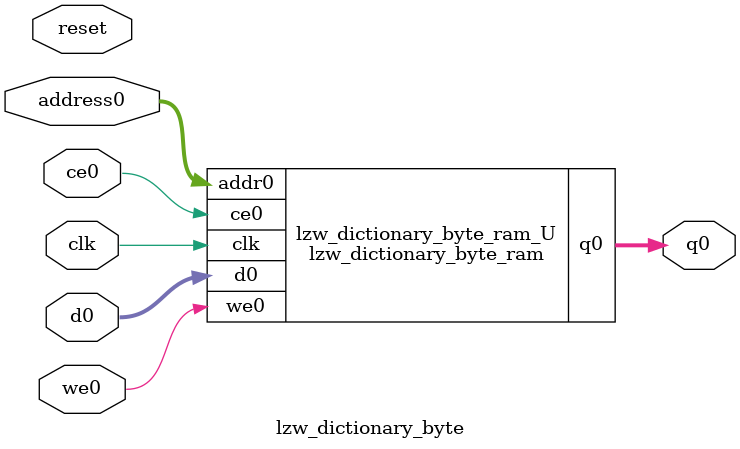
<source format=v>
`timescale 1 ns / 1 ps
module lzw_dictionary_byte_ram (addr0, ce0, d0, we0, q0,  clk);

parameter DWIDTH = 8;
parameter AWIDTH = 16;
parameter MEM_SIZE = 65536;

input[AWIDTH-1:0] addr0;
input ce0;
input[DWIDTH-1:0] d0;
input we0;
output reg[DWIDTH-1:0] q0;
input clk;

reg [DWIDTH-1:0] ram[0:MEM_SIZE-1];




always @(posedge clk)  
begin 
    if (ce0) begin
        if (we0) 
            ram[addr0] <= d0; 
        q0 <= ram[addr0];
    end
end


endmodule

`timescale 1 ns / 1 ps
module lzw_dictionary_byte(
    reset,
    clk,
    address0,
    ce0,
    we0,
    d0,
    q0);

parameter DataWidth = 32'd8;
parameter AddressRange = 32'd65536;
parameter AddressWidth = 32'd16;
input reset;
input clk;
input[AddressWidth - 1:0] address0;
input ce0;
input we0;
input[DataWidth - 1:0] d0;
output[DataWidth - 1:0] q0;



lzw_dictionary_byte_ram lzw_dictionary_byte_ram_U(
    .clk( clk ),
    .addr0( address0 ),
    .ce0( ce0 ),
    .we0( we0 ),
    .d0( d0 ),
    .q0( q0 ));

endmodule


</source>
